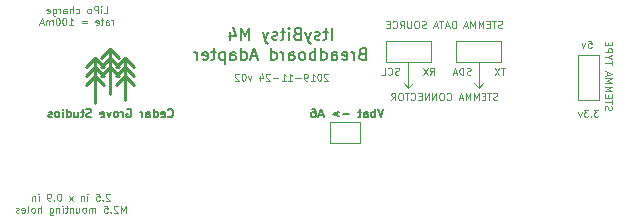
<source format=gbo>
G04 #@! TF.GenerationSoftware,KiCad,Pcbnew,(5.0.0-rc2-dev-444-g2974a2c10)*
G04 #@! TF.CreationDate,2019-11-24T22:06:25-08:00*
G04 #@! TF.ProjectId,ItsyBitsy breadboard,49747379426974737920627265616462,v02*
G04 #@! TF.SameCoordinates,Original*
G04 #@! TF.FileFunction,Legend,Bot*
G04 #@! TF.FilePolarity,Positive*
%FSLAX46Y46*%
G04 Gerber Fmt 4.6, Leading zero omitted, Abs format (unit mm)*
G04 Created by KiCad (PCBNEW (5.0.0-rc2-dev-444-g2974a2c10)) date 11/24/19 22:06:25*
%MOMM*%
%LPD*%
G01*
G04 APERTURE LIST*
%ADD10C,0.120000*%
%ADD11C,0.100000*%
%ADD12C,0.250000*%
%ADD13C,0.140000*%
%ADD14C,0.200000*%
G04 APERTURE END LIST*
D10*
X141679000Y-102858857D02*
X141593285Y-102887428D01*
X141450428Y-102887428D01*
X141393285Y-102858857D01*
X141364714Y-102830285D01*
X141336142Y-102773142D01*
X141336142Y-102716000D01*
X141364714Y-102658857D01*
X141393285Y-102630285D01*
X141450428Y-102601714D01*
X141564714Y-102573142D01*
X141621857Y-102544571D01*
X141650428Y-102516000D01*
X141679000Y-102458857D01*
X141679000Y-102401714D01*
X141650428Y-102344571D01*
X141621857Y-102316000D01*
X141564714Y-102287428D01*
X141421857Y-102287428D01*
X141336142Y-102316000D01*
X141164714Y-102287428D02*
X140821857Y-102287428D01*
X140993285Y-102887428D02*
X140993285Y-102287428D01*
X140621857Y-102573142D02*
X140421857Y-102573142D01*
X140336142Y-102887428D02*
X140621857Y-102887428D01*
X140621857Y-102287428D01*
X140336142Y-102287428D01*
X140079000Y-102887428D02*
X140079000Y-102287428D01*
X139879000Y-102716000D01*
X139679000Y-102287428D01*
X139679000Y-102887428D01*
X139393285Y-102887428D02*
X139393285Y-102287428D01*
X139193285Y-102716000D01*
X138993285Y-102287428D01*
X138993285Y-102887428D01*
X138736142Y-102716000D02*
X138450428Y-102716000D01*
X138793285Y-102887428D02*
X138593285Y-102287428D01*
X138393285Y-102887428D01*
X137736142Y-102887428D02*
X137736142Y-102287428D01*
X137593285Y-102287428D01*
X137507571Y-102316000D01*
X137450428Y-102373142D01*
X137421857Y-102430285D01*
X137393285Y-102544571D01*
X137393285Y-102630285D01*
X137421857Y-102744571D01*
X137450428Y-102801714D01*
X137507571Y-102858857D01*
X137593285Y-102887428D01*
X137736142Y-102887428D01*
X137164714Y-102716000D02*
X136879000Y-102716000D01*
X137221857Y-102887428D02*
X137021857Y-102287428D01*
X136821857Y-102887428D01*
X136707571Y-102287428D02*
X136364714Y-102287428D01*
X136536142Y-102887428D02*
X136536142Y-102287428D01*
X136193285Y-102716000D02*
X135907571Y-102716000D01*
X136250428Y-102887428D02*
X136050428Y-102287428D01*
X135850428Y-102887428D01*
X135221857Y-102858857D02*
X135136142Y-102887428D01*
X134993285Y-102887428D01*
X134936142Y-102858857D01*
X134907571Y-102830285D01*
X134879000Y-102773142D01*
X134879000Y-102716000D01*
X134907571Y-102658857D01*
X134936142Y-102630285D01*
X134993285Y-102601714D01*
X135107571Y-102573142D01*
X135164714Y-102544571D01*
X135193285Y-102516000D01*
X135221857Y-102458857D01*
X135221857Y-102401714D01*
X135193285Y-102344571D01*
X135164714Y-102316000D01*
X135107571Y-102287428D01*
X134964714Y-102287428D01*
X134879000Y-102316000D01*
X134507571Y-102287428D02*
X134393285Y-102287428D01*
X134336142Y-102316000D01*
X134279000Y-102373142D01*
X134250428Y-102487428D01*
X134250428Y-102687428D01*
X134279000Y-102801714D01*
X134336142Y-102858857D01*
X134393285Y-102887428D01*
X134507571Y-102887428D01*
X134564714Y-102858857D01*
X134621857Y-102801714D01*
X134650428Y-102687428D01*
X134650428Y-102487428D01*
X134621857Y-102373142D01*
X134564714Y-102316000D01*
X134507571Y-102287428D01*
X133993285Y-102287428D02*
X133993285Y-102773142D01*
X133964714Y-102830285D01*
X133936142Y-102858857D01*
X133879000Y-102887428D01*
X133764714Y-102887428D01*
X133707571Y-102858857D01*
X133679000Y-102830285D01*
X133650428Y-102773142D01*
X133650428Y-102287428D01*
X133021857Y-102887428D02*
X133221857Y-102601714D01*
X133364714Y-102887428D02*
X133364714Y-102287428D01*
X133136142Y-102287428D01*
X133079000Y-102316000D01*
X133050428Y-102344571D01*
X133021857Y-102401714D01*
X133021857Y-102487428D01*
X133050428Y-102544571D01*
X133079000Y-102573142D01*
X133136142Y-102601714D01*
X133364714Y-102601714D01*
X132421857Y-102830285D02*
X132450428Y-102858857D01*
X132536142Y-102887428D01*
X132593285Y-102887428D01*
X132679000Y-102858857D01*
X132736142Y-102801714D01*
X132764714Y-102744571D01*
X132793285Y-102630285D01*
X132793285Y-102544571D01*
X132764714Y-102430285D01*
X132736142Y-102373142D01*
X132679000Y-102316000D01*
X132593285Y-102287428D01*
X132536142Y-102287428D01*
X132450428Y-102316000D01*
X132421857Y-102344571D01*
X132164714Y-102573142D02*
X131964714Y-102573142D01*
X131879000Y-102887428D02*
X132164714Y-102887428D01*
X132164714Y-102287428D01*
X131879000Y-102287428D01*
X141279000Y-108954857D02*
X141193285Y-108983428D01*
X141050428Y-108983428D01*
X140993285Y-108954857D01*
X140964714Y-108926285D01*
X140936142Y-108869142D01*
X140936142Y-108812000D01*
X140964714Y-108754857D01*
X140993285Y-108726285D01*
X141050428Y-108697714D01*
X141164714Y-108669142D01*
X141221857Y-108640571D01*
X141250428Y-108612000D01*
X141279000Y-108554857D01*
X141279000Y-108497714D01*
X141250428Y-108440571D01*
X141221857Y-108412000D01*
X141164714Y-108383428D01*
X141021857Y-108383428D01*
X140936142Y-108412000D01*
X140764714Y-108383428D02*
X140421857Y-108383428D01*
X140593285Y-108983428D02*
X140593285Y-108383428D01*
X140221857Y-108669142D02*
X140021857Y-108669142D01*
X139936142Y-108983428D02*
X140221857Y-108983428D01*
X140221857Y-108383428D01*
X139936142Y-108383428D01*
X139679000Y-108983428D02*
X139679000Y-108383428D01*
X139479000Y-108812000D01*
X139279000Y-108383428D01*
X139279000Y-108983428D01*
X138993285Y-108983428D02*
X138993285Y-108383428D01*
X138793285Y-108812000D01*
X138593285Y-108383428D01*
X138593285Y-108983428D01*
X138336142Y-108812000D02*
X138050428Y-108812000D01*
X138393285Y-108983428D02*
X138193285Y-108383428D01*
X137993285Y-108983428D01*
X136993285Y-108926285D02*
X137021857Y-108954857D01*
X137107571Y-108983428D01*
X137164714Y-108983428D01*
X137250428Y-108954857D01*
X137307571Y-108897714D01*
X137336142Y-108840571D01*
X137364714Y-108726285D01*
X137364714Y-108640571D01*
X137336142Y-108526285D01*
X137307571Y-108469142D01*
X137250428Y-108412000D01*
X137164714Y-108383428D01*
X137107571Y-108383428D01*
X137021857Y-108412000D01*
X136993285Y-108440571D01*
X136621857Y-108383428D02*
X136507571Y-108383428D01*
X136450428Y-108412000D01*
X136393285Y-108469142D01*
X136364714Y-108583428D01*
X136364714Y-108783428D01*
X136393285Y-108897714D01*
X136450428Y-108954857D01*
X136507571Y-108983428D01*
X136621857Y-108983428D01*
X136679000Y-108954857D01*
X136736142Y-108897714D01*
X136764714Y-108783428D01*
X136764714Y-108583428D01*
X136736142Y-108469142D01*
X136679000Y-108412000D01*
X136621857Y-108383428D01*
X136107571Y-108983428D02*
X136107571Y-108383428D01*
X135764714Y-108983428D01*
X135764714Y-108383428D01*
X135479000Y-108983428D02*
X135479000Y-108383428D01*
X135136142Y-108983428D01*
X135136142Y-108383428D01*
X134850428Y-108669142D02*
X134650428Y-108669142D01*
X134564714Y-108983428D02*
X134850428Y-108983428D01*
X134850428Y-108383428D01*
X134564714Y-108383428D01*
X133964714Y-108926285D02*
X133993285Y-108954857D01*
X134079000Y-108983428D01*
X134136142Y-108983428D01*
X134221857Y-108954857D01*
X134279000Y-108897714D01*
X134307571Y-108840571D01*
X134336142Y-108726285D01*
X134336142Y-108640571D01*
X134307571Y-108526285D01*
X134279000Y-108469142D01*
X134221857Y-108412000D01*
X134136142Y-108383428D01*
X134079000Y-108383428D01*
X133993285Y-108412000D01*
X133964714Y-108440571D01*
X133793285Y-108383428D02*
X133450428Y-108383428D01*
X133621857Y-108983428D02*
X133621857Y-108383428D01*
X133136142Y-108383428D02*
X133021857Y-108383428D01*
X132964714Y-108412000D01*
X132907571Y-108469142D01*
X132879000Y-108583428D01*
X132879000Y-108783428D01*
X132907571Y-108897714D01*
X132964714Y-108954857D01*
X133021857Y-108983428D01*
X133136142Y-108983428D01*
X133193285Y-108954857D01*
X133250428Y-108897714D01*
X133279000Y-108783428D01*
X133279000Y-108583428D01*
X133250428Y-108469142D01*
X133193285Y-108412000D01*
X133136142Y-108383428D01*
X132279000Y-108983428D02*
X132479000Y-108697714D01*
X132621857Y-108983428D02*
X132621857Y-108383428D01*
X132393285Y-108383428D01*
X132336142Y-108412000D01*
X132307571Y-108440571D01*
X132279000Y-108497714D01*
X132279000Y-108583428D01*
X132307571Y-108640571D01*
X132336142Y-108669142D01*
X132393285Y-108697714D01*
X132621857Y-108697714D01*
D11*
X139700000Y-107950000D02*
X139319000Y-107569000D01*
X139700000Y-105791000D02*
X139700000Y-107950000D01*
X139700000Y-107950000D02*
X140081000Y-107569000D01*
X133731000Y-107950000D02*
X134112000Y-107569000D01*
X133731000Y-107950000D02*
X133350000Y-107569000D01*
X133731000Y-105791000D02*
X133731000Y-107950000D01*
D10*
X135573857Y-106824428D02*
X135773857Y-106538714D01*
X135916714Y-106824428D02*
X135916714Y-106224428D01*
X135688142Y-106224428D01*
X135631000Y-106253000D01*
X135602428Y-106281571D01*
X135573857Y-106338714D01*
X135573857Y-106424428D01*
X135602428Y-106481571D01*
X135631000Y-106510142D01*
X135688142Y-106538714D01*
X135916714Y-106538714D01*
X135373857Y-106224428D02*
X134973857Y-106824428D01*
X134973857Y-106224428D02*
X135373857Y-106824428D01*
X132945285Y-106795857D02*
X132859571Y-106824428D01*
X132716714Y-106824428D01*
X132659571Y-106795857D01*
X132631000Y-106767285D01*
X132602428Y-106710142D01*
X132602428Y-106653000D01*
X132631000Y-106595857D01*
X132659571Y-106567285D01*
X132716714Y-106538714D01*
X132831000Y-106510142D01*
X132888142Y-106481571D01*
X132916714Y-106453000D01*
X132945285Y-106395857D01*
X132945285Y-106338714D01*
X132916714Y-106281571D01*
X132888142Y-106253000D01*
X132831000Y-106224428D01*
X132688142Y-106224428D01*
X132602428Y-106253000D01*
X132002428Y-106767285D02*
X132031000Y-106795857D01*
X132116714Y-106824428D01*
X132173857Y-106824428D01*
X132259571Y-106795857D01*
X132316714Y-106738714D01*
X132345285Y-106681571D01*
X132373857Y-106567285D01*
X132373857Y-106481571D01*
X132345285Y-106367285D01*
X132316714Y-106310142D01*
X132259571Y-106253000D01*
X132173857Y-106224428D01*
X132116714Y-106224428D01*
X132031000Y-106253000D01*
X132002428Y-106281571D01*
X131459571Y-106824428D02*
X131745285Y-106824428D01*
X131745285Y-106224428D01*
X141914285Y-106224428D02*
X141571428Y-106224428D01*
X141742857Y-106824428D02*
X141742857Y-106224428D01*
X141428571Y-106224428D02*
X141028571Y-106824428D01*
X141028571Y-106224428D02*
X141428571Y-106824428D01*
X139000000Y-106795857D02*
X138914285Y-106824428D01*
X138771428Y-106824428D01*
X138714285Y-106795857D01*
X138685714Y-106767285D01*
X138657142Y-106710142D01*
X138657142Y-106653000D01*
X138685714Y-106595857D01*
X138714285Y-106567285D01*
X138771428Y-106538714D01*
X138885714Y-106510142D01*
X138942857Y-106481571D01*
X138971428Y-106453000D01*
X139000000Y-106395857D01*
X139000000Y-106338714D01*
X138971428Y-106281571D01*
X138942857Y-106253000D01*
X138885714Y-106224428D01*
X138742857Y-106224428D01*
X138657142Y-106253000D01*
X138400000Y-106824428D02*
X138400000Y-106224428D01*
X138257142Y-106224428D01*
X138171428Y-106253000D01*
X138114285Y-106310142D01*
X138085714Y-106367285D01*
X138057142Y-106481571D01*
X138057142Y-106567285D01*
X138085714Y-106681571D01*
X138114285Y-106738714D01*
X138171428Y-106795857D01*
X138257142Y-106824428D01*
X138400000Y-106824428D01*
X137828571Y-106653000D02*
X137542857Y-106653000D01*
X137885714Y-106824428D02*
X137685714Y-106224428D01*
X137485714Y-106824428D01*
D11*
X107935428Y-101625428D02*
X108221142Y-101625428D01*
X108221142Y-101025428D01*
X107735428Y-101625428D02*
X107735428Y-101225428D01*
X107735428Y-101025428D02*
X107764000Y-101054000D01*
X107735428Y-101082571D01*
X107706857Y-101054000D01*
X107735428Y-101025428D01*
X107735428Y-101082571D01*
X107449714Y-101625428D02*
X107449714Y-101025428D01*
X107221142Y-101025428D01*
X107164000Y-101054000D01*
X107135428Y-101082571D01*
X107106857Y-101139714D01*
X107106857Y-101225428D01*
X107135428Y-101282571D01*
X107164000Y-101311142D01*
X107221142Y-101339714D01*
X107449714Y-101339714D01*
X106764000Y-101625428D02*
X106821142Y-101596857D01*
X106849714Y-101568285D01*
X106878285Y-101511142D01*
X106878285Y-101339714D01*
X106849714Y-101282571D01*
X106821142Y-101254000D01*
X106764000Y-101225428D01*
X106678285Y-101225428D01*
X106621142Y-101254000D01*
X106592571Y-101282571D01*
X106564000Y-101339714D01*
X106564000Y-101511142D01*
X106592571Y-101568285D01*
X106621142Y-101596857D01*
X106678285Y-101625428D01*
X106764000Y-101625428D01*
X105592571Y-101596857D02*
X105649714Y-101625428D01*
X105764000Y-101625428D01*
X105821142Y-101596857D01*
X105849714Y-101568285D01*
X105878285Y-101511142D01*
X105878285Y-101339714D01*
X105849714Y-101282571D01*
X105821142Y-101254000D01*
X105764000Y-101225428D01*
X105649714Y-101225428D01*
X105592571Y-101254000D01*
X105335428Y-101625428D02*
X105335428Y-101025428D01*
X105078285Y-101625428D02*
X105078285Y-101311142D01*
X105106857Y-101254000D01*
X105164000Y-101225428D01*
X105249714Y-101225428D01*
X105306857Y-101254000D01*
X105335428Y-101282571D01*
X104535428Y-101625428D02*
X104535428Y-101311142D01*
X104564000Y-101254000D01*
X104621142Y-101225428D01*
X104735428Y-101225428D01*
X104792571Y-101254000D01*
X104535428Y-101596857D02*
X104592571Y-101625428D01*
X104735428Y-101625428D01*
X104792571Y-101596857D01*
X104821142Y-101539714D01*
X104821142Y-101482571D01*
X104792571Y-101425428D01*
X104735428Y-101396857D01*
X104592571Y-101396857D01*
X104535428Y-101368285D01*
X104249714Y-101625428D02*
X104249714Y-101225428D01*
X104249714Y-101339714D02*
X104221142Y-101282571D01*
X104192571Y-101254000D01*
X104135428Y-101225428D01*
X104078285Y-101225428D01*
X103621142Y-101225428D02*
X103621142Y-101711142D01*
X103649714Y-101768285D01*
X103678285Y-101796857D01*
X103735428Y-101825428D01*
X103821142Y-101825428D01*
X103878285Y-101796857D01*
X103621142Y-101596857D02*
X103678285Y-101625428D01*
X103792571Y-101625428D01*
X103849714Y-101596857D01*
X103878285Y-101568285D01*
X103906857Y-101511142D01*
X103906857Y-101339714D01*
X103878285Y-101282571D01*
X103849714Y-101254000D01*
X103792571Y-101225428D01*
X103678285Y-101225428D01*
X103621142Y-101254000D01*
X103106857Y-101596857D02*
X103164000Y-101625428D01*
X103278285Y-101625428D01*
X103335428Y-101596857D01*
X103364000Y-101539714D01*
X103364000Y-101311142D01*
X103335428Y-101254000D01*
X103278285Y-101225428D01*
X103164000Y-101225428D01*
X103106857Y-101254000D01*
X103078285Y-101311142D01*
X103078285Y-101368285D01*
X103364000Y-101425428D01*
X108749714Y-102625428D02*
X108749714Y-102225428D01*
X108749714Y-102339714D02*
X108721142Y-102282571D01*
X108692571Y-102254000D01*
X108635428Y-102225428D01*
X108578285Y-102225428D01*
X108121142Y-102625428D02*
X108121142Y-102311142D01*
X108149714Y-102254000D01*
X108206857Y-102225428D01*
X108321142Y-102225428D01*
X108378285Y-102254000D01*
X108121142Y-102596857D02*
X108178285Y-102625428D01*
X108321142Y-102625428D01*
X108378285Y-102596857D01*
X108406857Y-102539714D01*
X108406857Y-102482571D01*
X108378285Y-102425428D01*
X108321142Y-102396857D01*
X108178285Y-102396857D01*
X108121142Y-102368285D01*
X107921142Y-102225428D02*
X107692571Y-102225428D01*
X107835428Y-102025428D02*
X107835428Y-102539714D01*
X107806857Y-102596857D01*
X107749714Y-102625428D01*
X107692571Y-102625428D01*
X107264000Y-102596857D02*
X107321142Y-102625428D01*
X107435428Y-102625428D01*
X107492571Y-102596857D01*
X107521142Y-102539714D01*
X107521142Y-102311142D01*
X107492571Y-102254000D01*
X107435428Y-102225428D01*
X107321142Y-102225428D01*
X107264000Y-102254000D01*
X107235428Y-102311142D01*
X107235428Y-102368285D01*
X107521142Y-102425428D01*
X106521142Y-102311142D02*
X106064000Y-102311142D01*
X106064000Y-102482571D02*
X106521142Y-102482571D01*
X105006857Y-102625428D02*
X105349714Y-102625428D01*
X105178285Y-102625428D02*
X105178285Y-102025428D01*
X105235428Y-102111142D01*
X105292571Y-102168285D01*
X105349714Y-102196857D01*
X104635428Y-102025428D02*
X104578285Y-102025428D01*
X104521142Y-102054000D01*
X104492571Y-102082571D01*
X104464000Y-102139714D01*
X104435428Y-102254000D01*
X104435428Y-102396857D01*
X104464000Y-102511142D01*
X104492571Y-102568285D01*
X104521142Y-102596857D01*
X104578285Y-102625428D01*
X104635428Y-102625428D01*
X104692571Y-102596857D01*
X104721142Y-102568285D01*
X104749714Y-102511142D01*
X104778285Y-102396857D01*
X104778285Y-102254000D01*
X104749714Y-102139714D01*
X104721142Y-102082571D01*
X104692571Y-102054000D01*
X104635428Y-102025428D01*
X104064000Y-102025428D02*
X104006857Y-102025428D01*
X103949714Y-102054000D01*
X103921142Y-102082571D01*
X103892571Y-102139714D01*
X103864000Y-102254000D01*
X103864000Y-102396857D01*
X103892571Y-102511142D01*
X103921142Y-102568285D01*
X103949714Y-102596857D01*
X104006857Y-102625428D01*
X104064000Y-102625428D01*
X104121142Y-102596857D01*
X104149714Y-102568285D01*
X104178285Y-102511142D01*
X104206857Y-102396857D01*
X104206857Y-102254000D01*
X104178285Y-102139714D01*
X104149714Y-102082571D01*
X104121142Y-102054000D01*
X104064000Y-102025428D01*
X103606857Y-102625428D02*
X103606857Y-102225428D01*
X103606857Y-102282571D02*
X103578285Y-102254000D01*
X103521142Y-102225428D01*
X103435428Y-102225428D01*
X103378285Y-102254000D01*
X103349714Y-102311142D01*
X103349714Y-102625428D01*
X103349714Y-102311142D02*
X103321142Y-102254000D01*
X103264000Y-102225428D01*
X103178285Y-102225428D01*
X103121142Y-102254000D01*
X103092571Y-102311142D01*
X103092571Y-102625428D01*
X102835428Y-102454000D02*
X102549714Y-102454000D01*
X102892571Y-102625428D02*
X102692571Y-102025428D01*
X102492571Y-102625428D01*
D10*
X150379142Y-109834000D02*
X150350571Y-109748285D01*
X150350571Y-109605428D01*
X150379142Y-109548285D01*
X150407714Y-109519714D01*
X150464857Y-109491142D01*
X150522000Y-109491142D01*
X150579142Y-109519714D01*
X150607714Y-109548285D01*
X150636285Y-109605428D01*
X150664857Y-109719714D01*
X150693428Y-109776857D01*
X150722000Y-109805428D01*
X150779142Y-109834000D01*
X150836285Y-109834000D01*
X150893428Y-109805428D01*
X150922000Y-109776857D01*
X150950571Y-109719714D01*
X150950571Y-109576857D01*
X150922000Y-109491142D01*
X150950571Y-109319714D02*
X150950571Y-108976857D01*
X150350571Y-109148285D02*
X150950571Y-109148285D01*
X150664857Y-108776857D02*
X150664857Y-108576857D01*
X150350571Y-108491142D02*
X150350571Y-108776857D01*
X150950571Y-108776857D01*
X150950571Y-108491142D01*
X150350571Y-108234000D02*
X150950571Y-108234000D01*
X150522000Y-108034000D01*
X150950571Y-107834000D01*
X150350571Y-107834000D01*
X150350571Y-107548285D02*
X150950571Y-107548285D01*
X150522000Y-107348285D01*
X150950571Y-107148285D01*
X150350571Y-107148285D01*
X150522000Y-106891142D02*
X150522000Y-106605428D01*
X150350571Y-106948285D02*
X150950571Y-106748285D01*
X150350571Y-106548285D01*
X150950571Y-105976857D02*
X150950571Y-105634000D01*
X150350571Y-105805428D02*
X150950571Y-105805428D01*
X150636285Y-105319714D02*
X150350571Y-105319714D01*
X150950571Y-105519714D02*
X150636285Y-105319714D01*
X150950571Y-105119714D01*
X150350571Y-104919714D02*
X150950571Y-104919714D01*
X150950571Y-104691142D01*
X150922000Y-104634000D01*
X150893428Y-104605428D01*
X150836285Y-104576857D01*
X150750571Y-104576857D01*
X150693428Y-104605428D01*
X150664857Y-104634000D01*
X150636285Y-104691142D01*
X150636285Y-104919714D01*
X150664857Y-104319714D02*
X150664857Y-104119714D01*
X150350571Y-104034000D02*
X150350571Y-104319714D01*
X150950571Y-104319714D01*
X150950571Y-104034000D01*
D12*
X108458000Y-105384600D02*
X107696000Y-106146600D01*
X108458000Y-106146600D02*
X109220000Y-106908600D01*
X108458000Y-104622600D02*
X109220000Y-105384600D01*
X108458000Y-105384600D02*
X109220000Y-106146600D01*
X108458000Y-106146600D02*
X107696000Y-106908600D01*
X108458000Y-108432600D02*
X108458000Y-104622600D01*
X108458000Y-104622600D02*
X107696000Y-105384600D01*
X107188000Y-106908600D02*
X107950000Y-107670600D01*
X107188000Y-106146600D02*
X107950000Y-106908600D01*
X107188000Y-109194600D02*
X107188000Y-105384600D01*
X107188000Y-105384600D02*
X106426000Y-106146600D01*
X107188000Y-106146600D02*
X106426000Y-106908600D01*
X107188000Y-106908600D02*
X106426000Y-107670600D01*
X107188000Y-105384600D02*
X107950000Y-106146600D01*
X109728000Y-105384600D02*
X108966000Y-106146600D01*
X109728000Y-106146600D02*
X108966000Y-106908600D01*
X109728000Y-106908600D02*
X108966000Y-107670600D01*
X109728000Y-106908600D02*
X110490000Y-107670600D01*
X109728000Y-106146600D02*
X110490000Y-106908600D01*
X109728000Y-105384600D02*
X110490000Y-106146600D01*
X109728000Y-108940600D02*
X109728000Y-105384600D01*
D13*
X113388333Y-110359000D02*
X113421666Y-110392333D01*
X113521666Y-110425666D01*
X113588333Y-110425666D01*
X113688333Y-110392333D01*
X113755000Y-110325666D01*
X113788333Y-110259000D01*
X113821666Y-110125666D01*
X113821666Y-110025666D01*
X113788333Y-109892333D01*
X113755000Y-109825666D01*
X113688333Y-109759000D01*
X113588333Y-109725666D01*
X113521666Y-109725666D01*
X113421666Y-109759000D01*
X113388333Y-109792333D01*
X112821666Y-110392333D02*
X112888333Y-110425666D01*
X113021666Y-110425666D01*
X113088333Y-110392333D01*
X113121666Y-110325666D01*
X113121666Y-110059000D01*
X113088333Y-109992333D01*
X113021666Y-109959000D01*
X112888333Y-109959000D01*
X112821666Y-109992333D01*
X112788333Y-110059000D01*
X112788333Y-110125666D01*
X113121666Y-110192333D01*
X112188333Y-110425666D02*
X112188333Y-109725666D01*
X112188333Y-110392333D02*
X112255000Y-110425666D01*
X112388333Y-110425666D01*
X112455000Y-110392333D01*
X112488333Y-110359000D01*
X112521666Y-110292333D01*
X112521666Y-110092333D01*
X112488333Y-110025666D01*
X112455000Y-109992333D01*
X112388333Y-109959000D01*
X112255000Y-109959000D01*
X112188333Y-109992333D01*
X111555000Y-110425666D02*
X111555000Y-110059000D01*
X111588333Y-109992333D01*
X111655000Y-109959000D01*
X111788333Y-109959000D01*
X111855000Y-109992333D01*
X111555000Y-110392333D02*
X111621666Y-110425666D01*
X111788333Y-110425666D01*
X111855000Y-110392333D01*
X111888333Y-110325666D01*
X111888333Y-110259000D01*
X111855000Y-110192333D01*
X111788333Y-110159000D01*
X111621666Y-110159000D01*
X111555000Y-110125666D01*
X111221666Y-110425666D02*
X111221666Y-109959000D01*
X111221666Y-110092333D02*
X111188333Y-110025666D01*
X111155000Y-109992333D01*
X111088333Y-109959000D01*
X111021666Y-109959000D01*
X109888333Y-109759000D02*
X109955000Y-109725666D01*
X110055000Y-109725666D01*
X110155000Y-109759000D01*
X110221666Y-109825666D01*
X110255000Y-109892333D01*
X110288333Y-110025666D01*
X110288333Y-110125666D01*
X110255000Y-110259000D01*
X110221666Y-110325666D01*
X110155000Y-110392333D01*
X110055000Y-110425666D01*
X109988333Y-110425666D01*
X109888333Y-110392333D01*
X109855000Y-110359000D01*
X109855000Y-110125666D01*
X109988333Y-110125666D01*
X109555000Y-110425666D02*
X109555000Y-109959000D01*
X109555000Y-110092333D02*
X109521666Y-110025666D01*
X109488333Y-109992333D01*
X109421666Y-109959000D01*
X109355000Y-109959000D01*
X109021666Y-110425666D02*
X109088333Y-110392333D01*
X109121666Y-110359000D01*
X109155000Y-110292333D01*
X109155000Y-110092333D01*
X109121666Y-110025666D01*
X109088333Y-109992333D01*
X109021666Y-109959000D01*
X108921666Y-109959000D01*
X108855000Y-109992333D01*
X108821666Y-110025666D01*
X108788333Y-110092333D01*
X108788333Y-110292333D01*
X108821666Y-110359000D01*
X108855000Y-110392333D01*
X108921666Y-110425666D01*
X109021666Y-110425666D01*
X108555000Y-109959000D02*
X108388333Y-110425666D01*
X108221666Y-109959000D01*
X107688333Y-110392333D02*
X107755000Y-110425666D01*
X107888333Y-110425666D01*
X107955000Y-110392333D01*
X107988333Y-110325666D01*
X107988333Y-110059000D01*
X107955000Y-109992333D01*
X107888333Y-109959000D01*
X107755000Y-109959000D01*
X107688333Y-109992333D01*
X107655000Y-110059000D01*
X107655000Y-110125666D01*
X107988333Y-110192333D01*
X106855000Y-110392333D02*
X106755000Y-110425666D01*
X106588333Y-110425666D01*
X106521666Y-110392333D01*
X106488333Y-110359000D01*
X106455000Y-110292333D01*
X106455000Y-110225666D01*
X106488333Y-110159000D01*
X106521666Y-110125666D01*
X106588333Y-110092333D01*
X106721666Y-110059000D01*
X106788333Y-110025666D01*
X106821666Y-109992333D01*
X106855000Y-109925666D01*
X106855000Y-109859000D01*
X106821666Y-109792333D01*
X106788333Y-109759000D01*
X106721666Y-109725666D01*
X106555000Y-109725666D01*
X106455000Y-109759000D01*
X106255000Y-109959000D02*
X105988333Y-109959000D01*
X106155000Y-109725666D02*
X106155000Y-110325666D01*
X106121666Y-110392333D01*
X106055000Y-110425666D01*
X105988333Y-110425666D01*
X105455000Y-109959000D02*
X105455000Y-110425666D01*
X105755000Y-109959000D02*
X105755000Y-110325666D01*
X105721666Y-110392333D01*
X105655000Y-110425666D01*
X105555000Y-110425666D01*
X105488333Y-110392333D01*
X105455000Y-110359000D01*
X104821666Y-110425666D02*
X104821666Y-109725666D01*
X104821666Y-110392333D02*
X104888333Y-110425666D01*
X105021666Y-110425666D01*
X105088333Y-110392333D01*
X105121666Y-110359000D01*
X105155000Y-110292333D01*
X105155000Y-110092333D01*
X105121666Y-110025666D01*
X105088333Y-109992333D01*
X105021666Y-109959000D01*
X104888333Y-109959000D01*
X104821666Y-109992333D01*
X104488333Y-110425666D02*
X104488333Y-109959000D01*
X104488333Y-109725666D02*
X104521666Y-109759000D01*
X104488333Y-109792333D01*
X104455000Y-109759000D01*
X104488333Y-109725666D01*
X104488333Y-109792333D01*
X104055000Y-110425666D02*
X104121666Y-110392333D01*
X104155000Y-110359000D01*
X104188333Y-110292333D01*
X104188333Y-110092333D01*
X104155000Y-110025666D01*
X104121666Y-109992333D01*
X104055000Y-109959000D01*
X103955000Y-109959000D01*
X103888333Y-109992333D01*
X103855000Y-110025666D01*
X103821666Y-110092333D01*
X103821666Y-110292333D01*
X103855000Y-110359000D01*
X103888333Y-110392333D01*
X103955000Y-110425666D01*
X104055000Y-110425666D01*
X103555000Y-110392333D02*
X103488333Y-110425666D01*
X103355000Y-110425666D01*
X103288333Y-110392333D01*
X103255000Y-110325666D01*
X103255000Y-110292333D01*
X103288333Y-110225666D01*
X103355000Y-110192333D01*
X103455000Y-110192333D01*
X103521666Y-110159000D01*
X103555000Y-110092333D01*
X103555000Y-110059000D01*
X103521666Y-109992333D01*
X103455000Y-109959000D01*
X103355000Y-109959000D01*
X103288333Y-109992333D01*
D14*
X127245523Y-103869380D02*
X127245523Y-102869380D01*
X126912190Y-103202714D02*
X126531238Y-103202714D01*
X126769333Y-102869380D02*
X126769333Y-103726523D01*
X126721714Y-103821761D01*
X126626476Y-103869380D01*
X126531238Y-103869380D01*
X126245523Y-103821761D02*
X126150285Y-103869380D01*
X125959809Y-103869380D01*
X125864571Y-103821761D01*
X125816952Y-103726523D01*
X125816952Y-103678904D01*
X125864571Y-103583666D01*
X125959809Y-103536047D01*
X126102666Y-103536047D01*
X126197904Y-103488428D01*
X126245523Y-103393190D01*
X126245523Y-103345571D01*
X126197904Y-103250333D01*
X126102666Y-103202714D01*
X125959809Y-103202714D01*
X125864571Y-103250333D01*
X125483619Y-103202714D02*
X125245523Y-103869380D01*
X125007428Y-103202714D02*
X125245523Y-103869380D01*
X125340761Y-104107476D01*
X125388380Y-104155095D01*
X125483619Y-104202714D01*
X124293142Y-103345571D02*
X124150285Y-103393190D01*
X124102666Y-103440809D01*
X124055047Y-103536047D01*
X124055047Y-103678904D01*
X124102666Y-103774142D01*
X124150285Y-103821761D01*
X124245523Y-103869380D01*
X124626476Y-103869380D01*
X124626476Y-102869380D01*
X124293142Y-102869380D01*
X124197904Y-102917000D01*
X124150285Y-102964619D01*
X124102666Y-103059857D01*
X124102666Y-103155095D01*
X124150285Y-103250333D01*
X124197904Y-103297952D01*
X124293142Y-103345571D01*
X124626476Y-103345571D01*
X123626476Y-103869380D02*
X123626476Y-103202714D01*
X123626476Y-102869380D02*
X123674095Y-102917000D01*
X123626476Y-102964619D01*
X123578857Y-102917000D01*
X123626476Y-102869380D01*
X123626476Y-102964619D01*
X123293142Y-103202714D02*
X122912190Y-103202714D01*
X123150285Y-102869380D02*
X123150285Y-103726523D01*
X123102666Y-103821761D01*
X123007428Y-103869380D01*
X122912190Y-103869380D01*
X122626476Y-103821761D02*
X122531238Y-103869380D01*
X122340761Y-103869380D01*
X122245523Y-103821761D01*
X122197904Y-103726523D01*
X122197904Y-103678904D01*
X122245523Y-103583666D01*
X122340761Y-103536047D01*
X122483619Y-103536047D01*
X122578857Y-103488428D01*
X122626476Y-103393190D01*
X122626476Y-103345571D01*
X122578857Y-103250333D01*
X122483619Y-103202714D01*
X122340761Y-103202714D01*
X122245523Y-103250333D01*
X121864571Y-103202714D02*
X121626476Y-103869380D01*
X121388380Y-103202714D02*
X121626476Y-103869380D01*
X121721714Y-104107476D01*
X121769333Y-104155095D01*
X121864571Y-104202714D01*
X120245523Y-103869380D02*
X120245523Y-102869380D01*
X119912190Y-103583666D01*
X119578857Y-102869380D01*
X119578857Y-103869380D01*
X118674095Y-103202714D02*
X118674095Y-103869380D01*
X118912190Y-102821761D02*
X119150285Y-103536047D01*
X118531238Y-103536047D01*
X129816952Y-105045571D02*
X129674095Y-105093190D01*
X129626476Y-105140809D01*
X129578857Y-105236047D01*
X129578857Y-105378904D01*
X129626476Y-105474142D01*
X129674095Y-105521761D01*
X129769333Y-105569380D01*
X130150285Y-105569380D01*
X130150285Y-104569380D01*
X129816952Y-104569380D01*
X129721714Y-104617000D01*
X129674095Y-104664619D01*
X129626476Y-104759857D01*
X129626476Y-104855095D01*
X129674095Y-104950333D01*
X129721714Y-104997952D01*
X129816952Y-105045571D01*
X130150285Y-105045571D01*
X129150285Y-105569380D02*
X129150285Y-104902714D01*
X129150285Y-105093190D02*
X129102666Y-104997952D01*
X129055047Y-104950333D01*
X128959809Y-104902714D01*
X128864571Y-104902714D01*
X128150285Y-105521761D02*
X128245523Y-105569380D01*
X128436000Y-105569380D01*
X128531238Y-105521761D01*
X128578857Y-105426523D01*
X128578857Y-105045571D01*
X128531238Y-104950333D01*
X128436000Y-104902714D01*
X128245523Y-104902714D01*
X128150285Y-104950333D01*
X128102666Y-105045571D01*
X128102666Y-105140809D01*
X128578857Y-105236047D01*
X127245523Y-105569380D02*
X127245523Y-105045571D01*
X127293142Y-104950333D01*
X127388380Y-104902714D01*
X127578857Y-104902714D01*
X127674095Y-104950333D01*
X127245523Y-105521761D02*
X127340761Y-105569380D01*
X127578857Y-105569380D01*
X127674095Y-105521761D01*
X127721714Y-105426523D01*
X127721714Y-105331285D01*
X127674095Y-105236047D01*
X127578857Y-105188428D01*
X127340761Y-105188428D01*
X127245523Y-105140809D01*
X126340761Y-105569380D02*
X126340761Y-104569380D01*
X126340761Y-105521761D02*
X126436000Y-105569380D01*
X126626476Y-105569380D01*
X126721714Y-105521761D01*
X126769333Y-105474142D01*
X126816952Y-105378904D01*
X126816952Y-105093190D01*
X126769333Y-104997952D01*
X126721714Y-104950333D01*
X126626476Y-104902714D01*
X126436000Y-104902714D01*
X126340761Y-104950333D01*
X125864571Y-105569380D02*
X125864571Y-104569380D01*
X125864571Y-104950333D02*
X125769333Y-104902714D01*
X125578857Y-104902714D01*
X125483619Y-104950333D01*
X125436000Y-104997952D01*
X125388380Y-105093190D01*
X125388380Y-105378904D01*
X125436000Y-105474142D01*
X125483619Y-105521761D01*
X125578857Y-105569380D01*
X125769333Y-105569380D01*
X125864571Y-105521761D01*
X124816952Y-105569380D02*
X124912190Y-105521761D01*
X124959809Y-105474142D01*
X125007428Y-105378904D01*
X125007428Y-105093190D01*
X124959809Y-104997952D01*
X124912190Y-104950333D01*
X124816952Y-104902714D01*
X124674095Y-104902714D01*
X124578857Y-104950333D01*
X124531238Y-104997952D01*
X124483619Y-105093190D01*
X124483619Y-105378904D01*
X124531238Y-105474142D01*
X124578857Y-105521761D01*
X124674095Y-105569380D01*
X124816952Y-105569380D01*
X123626476Y-105569380D02*
X123626476Y-105045571D01*
X123674095Y-104950333D01*
X123769333Y-104902714D01*
X123959809Y-104902714D01*
X124055047Y-104950333D01*
X123626476Y-105521761D02*
X123721714Y-105569380D01*
X123959809Y-105569380D01*
X124055047Y-105521761D01*
X124102666Y-105426523D01*
X124102666Y-105331285D01*
X124055047Y-105236047D01*
X123959809Y-105188428D01*
X123721714Y-105188428D01*
X123626476Y-105140809D01*
X123150285Y-105569380D02*
X123150285Y-104902714D01*
X123150285Y-105093190D02*
X123102666Y-104997952D01*
X123055047Y-104950333D01*
X122959809Y-104902714D01*
X122864571Y-104902714D01*
X122102666Y-105569380D02*
X122102666Y-104569380D01*
X122102666Y-105521761D02*
X122197904Y-105569380D01*
X122388380Y-105569380D01*
X122483619Y-105521761D01*
X122531238Y-105474142D01*
X122578857Y-105378904D01*
X122578857Y-105093190D01*
X122531238Y-104997952D01*
X122483619Y-104950333D01*
X122388380Y-104902714D01*
X122197904Y-104902714D01*
X122102666Y-104950333D01*
X120912190Y-105283666D02*
X120436000Y-105283666D01*
X121007428Y-105569380D02*
X120674095Y-104569380D01*
X120340761Y-105569380D01*
X119578857Y-105569380D02*
X119578857Y-104569380D01*
X119578857Y-105521761D02*
X119674095Y-105569380D01*
X119864571Y-105569380D01*
X119959809Y-105521761D01*
X120007428Y-105474142D01*
X120055047Y-105378904D01*
X120055047Y-105093190D01*
X120007428Y-104997952D01*
X119959809Y-104950333D01*
X119864571Y-104902714D01*
X119674095Y-104902714D01*
X119578857Y-104950333D01*
X118674095Y-105569380D02*
X118674095Y-105045571D01*
X118721714Y-104950333D01*
X118816952Y-104902714D01*
X119007428Y-104902714D01*
X119102666Y-104950333D01*
X118674095Y-105521761D02*
X118769333Y-105569380D01*
X119007428Y-105569380D01*
X119102666Y-105521761D01*
X119150285Y-105426523D01*
X119150285Y-105331285D01*
X119102666Y-105236047D01*
X119007428Y-105188428D01*
X118769333Y-105188428D01*
X118674095Y-105140809D01*
X118197904Y-104902714D02*
X118197904Y-105902714D01*
X118197904Y-104950333D02*
X118102666Y-104902714D01*
X117912190Y-104902714D01*
X117816952Y-104950333D01*
X117769333Y-104997952D01*
X117721714Y-105093190D01*
X117721714Y-105378904D01*
X117769333Y-105474142D01*
X117816952Y-105521761D01*
X117912190Y-105569380D01*
X118102666Y-105569380D01*
X118197904Y-105521761D01*
X117436000Y-104902714D02*
X117055047Y-104902714D01*
X117293142Y-104569380D02*
X117293142Y-105426523D01*
X117245523Y-105521761D01*
X117150285Y-105569380D01*
X117055047Y-105569380D01*
X116340761Y-105521761D02*
X116436000Y-105569380D01*
X116626476Y-105569380D01*
X116721714Y-105521761D01*
X116769333Y-105426523D01*
X116769333Y-105045571D01*
X116721714Y-104950333D01*
X116626476Y-104902714D01*
X116436000Y-104902714D01*
X116340761Y-104950333D01*
X116293142Y-105045571D01*
X116293142Y-105140809D01*
X116769333Y-105236047D01*
X115864571Y-105569380D02*
X115864571Y-104902714D01*
X115864571Y-105093190D02*
X115816952Y-104997952D01*
X115769333Y-104950333D01*
X115674095Y-104902714D01*
X115578857Y-104902714D01*
D10*
X149828142Y-109780428D02*
X149456714Y-109780428D01*
X149656714Y-110009000D01*
X149571000Y-110009000D01*
X149513857Y-110037571D01*
X149485285Y-110066142D01*
X149456714Y-110123285D01*
X149456714Y-110266142D01*
X149485285Y-110323285D01*
X149513857Y-110351857D01*
X149571000Y-110380428D01*
X149742428Y-110380428D01*
X149799571Y-110351857D01*
X149828142Y-110323285D01*
X149199571Y-110323285D02*
X149171000Y-110351857D01*
X149199571Y-110380428D01*
X149228142Y-110351857D01*
X149199571Y-110323285D01*
X149199571Y-110380428D01*
X148971000Y-109780428D02*
X148599571Y-109780428D01*
X148799571Y-110009000D01*
X148713857Y-110009000D01*
X148656714Y-110037571D01*
X148628142Y-110066142D01*
X148599571Y-110123285D01*
X148599571Y-110266142D01*
X148628142Y-110323285D01*
X148656714Y-110351857D01*
X148713857Y-110380428D01*
X148885285Y-110380428D01*
X148942428Y-110351857D01*
X148971000Y-110323285D01*
X148399571Y-109980428D02*
X148256714Y-110380428D01*
X148113857Y-109980428D01*
X148929714Y-103938428D02*
X149215428Y-103938428D01*
X149244000Y-104224142D01*
X149215428Y-104195571D01*
X149158285Y-104167000D01*
X149015428Y-104167000D01*
X148958285Y-104195571D01*
X148929714Y-104224142D01*
X148901142Y-104281285D01*
X148901142Y-104424142D01*
X148929714Y-104481285D01*
X148958285Y-104509857D01*
X149015428Y-104538428D01*
X149158285Y-104538428D01*
X149215428Y-104509857D01*
X149244000Y-104481285D01*
X148701142Y-104138428D02*
X148558285Y-104538428D01*
X148415428Y-104138428D01*
X108456000Y-116947571D02*
X108427428Y-116919000D01*
X108370285Y-116890428D01*
X108227428Y-116890428D01*
X108170285Y-116919000D01*
X108141714Y-116947571D01*
X108113142Y-117004714D01*
X108113142Y-117061857D01*
X108141714Y-117147571D01*
X108484571Y-117490428D01*
X108113142Y-117490428D01*
X107856000Y-117433285D02*
X107827428Y-117461857D01*
X107856000Y-117490428D01*
X107884571Y-117461857D01*
X107856000Y-117433285D01*
X107856000Y-117490428D01*
X107284571Y-116890428D02*
X107570285Y-116890428D01*
X107598857Y-117176142D01*
X107570285Y-117147571D01*
X107513142Y-117119000D01*
X107370285Y-117119000D01*
X107313142Y-117147571D01*
X107284571Y-117176142D01*
X107256000Y-117233285D01*
X107256000Y-117376142D01*
X107284571Y-117433285D01*
X107313142Y-117461857D01*
X107370285Y-117490428D01*
X107513142Y-117490428D01*
X107570285Y-117461857D01*
X107598857Y-117433285D01*
X106541714Y-117490428D02*
X106541714Y-117090428D01*
X106541714Y-116890428D02*
X106570285Y-116919000D01*
X106541714Y-116947571D01*
X106513142Y-116919000D01*
X106541714Y-116890428D01*
X106541714Y-116947571D01*
X106256000Y-117090428D02*
X106256000Y-117490428D01*
X106256000Y-117147571D02*
X106227428Y-117119000D01*
X106170285Y-117090428D01*
X106084571Y-117090428D01*
X106027428Y-117119000D01*
X105998857Y-117176142D01*
X105998857Y-117490428D01*
X105313142Y-117490428D02*
X104998857Y-117090428D01*
X105313142Y-117090428D02*
X104998857Y-117490428D01*
X104198857Y-116890428D02*
X104141714Y-116890428D01*
X104084571Y-116919000D01*
X104056000Y-116947571D01*
X104027428Y-117004714D01*
X103998857Y-117119000D01*
X103998857Y-117261857D01*
X104027428Y-117376142D01*
X104056000Y-117433285D01*
X104084571Y-117461857D01*
X104141714Y-117490428D01*
X104198857Y-117490428D01*
X104256000Y-117461857D01*
X104284571Y-117433285D01*
X104313142Y-117376142D01*
X104341714Y-117261857D01*
X104341714Y-117119000D01*
X104313142Y-117004714D01*
X104284571Y-116947571D01*
X104256000Y-116919000D01*
X104198857Y-116890428D01*
X103741714Y-117433285D02*
X103713142Y-117461857D01*
X103741714Y-117490428D01*
X103770285Y-117461857D01*
X103741714Y-117433285D01*
X103741714Y-117490428D01*
X103427428Y-117490428D02*
X103313142Y-117490428D01*
X103256000Y-117461857D01*
X103227428Y-117433285D01*
X103170285Y-117347571D01*
X103141714Y-117233285D01*
X103141714Y-117004714D01*
X103170285Y-116947571D01*
X103198857Y-116919000D01*
X103256000Y-116890428D01*
X103370285Y-116890428D01*
X103427428Y-116919000D01*
X103456000Y-116947571D01*
X103484571Y-117004714D01*
X103484571Y-117147571D01*
X103456000Y-117204714D01*
X103427428Y-117233285D01*
X103370285Y-117261857D01*
X103256000Y-117261857D01*
X103198857Y-117233285D01*
X103170285Y-117204714D01*
X103141714Y-117147571D01*
X102427428Y-117490428D02*
X102427428Y-117090428D01*
X102427428Y-116890428D02*
X102456000Y-116919000D01*
X102427428Y-116947571D01*
X102398857Y-116919000D01*
X102427428Y-116890428D01*
X102427428Y-116947571D01*
X102141714Y-117090428D02*
X102141714Y-117490428D01*
X102141714Y-117147571D02*
X102113142Y-117119000D01*
X102056000Y-117090428D01*
X101970285Y-117090428D01*
X101913142Y-117119000D01*
X101884571Y-117176142D01*
X101884571Y-117490428D01*
X109798857Y-118510428D02*
X109798857Y-117910428D01*
X109598857Y-118339000D01*
X109398857Y-117910428D01*
X109398857Y-118510428D01*
X109141714Y-117967571D02*
X109113142Y-117939000D01*
X109056000Y-117910428D01*
X108913142Y-117910428D01*
X108856000Y-117939000D01*
X108827428Y-117967571D01*
X108798857Y-118024714D01*
X108798857Y-118081857D01*
X108827428Y-118167571D01*
X109170285Y-118510428D01*
X108798857Y-118510428D01*
X108541714Y-118453285D02*
X108513142Y-118481857D01*
X108541714Y-118510428D01*
X108570285Y-118481857D01*
X108541714Y-118453285D01*
X108541714Y-118510428D01*
X107970285Y-117910428D02*
X108256000Y-117910428D01*
X108284571Y-118196142D01*
X108256000Y-118167571D01*
X108198857Y-118139000D01*
X108056000Y-118139000D01*
X107998857Y-118167571D01*
X107970285Y-118196142D01*
X107941714Y-118253285D01*
X107941714Y-118396142D01*
X107970285Y-118453285D01*
X107998857Y-118481857D01*
X108056000Y-118510428D01*
X108198857Y-118510428D01*
X108256000Y-118481857D01*
X108284571Y-118453285D01*
X107227428Y-118510428D02*
X107227428Y-118110428D01*
X107227428Y-118167571D02*
X107198857Y-118139000D01*
X107141714Y-118110428D01*
X107056000Y-118110428D01*
X106998857Y-118139000D01*
X106970285Y-118196142D01*
X106970285Y-118510428D01*
X106970285Y-118196142D02*
X106941714Y-118139000D01*
X106884571Y-118110428D01*
X106798857Y-118110428D01*
X106741714Y-118139000D01*
X106713142Y-118196142D01*
X106713142Y-118510428D01*
X106341714Y-118510428D02*
X106398857Y-118481857D01*
X106427428Y-118453285D01*
X106456000Y-118396142D01*
X106456000Y-118224714D01*
X106427428Y-118167571D01*
X106398857Y-118139000D01*
X106341714Y-118110428D01*
X106256000Y-118110428D01*
X106198857Y-118139000D01*
X106170285Y-118167571D01*
X106141714Y-118224714D01*
X106141714Y-118396142D01*
X106170285Y-118453285D01*
X106198857Y-118481857D01*
X106256000Y-118510428D01*
X106341714Y-118510428D01*
X105627428Y-118110428D02*
X105627428Y-118510428D01*
X105884571Y-118110428D02*
X105884571Y-118424714D01*
X105856000Y-118481857D01*
X105798857Y-118510428D01*
X105713142Y-118510428D01*
X105656000Y-118481857D01*
X105627428Y-118453285D01*
X105341714Y-118110428D02*
X105341714Y-118510428D01*
X105341714Y-118167571D02*
X105313142Y-118139000D01*
X105256000Y-118110428D01*
X105170285Y-118110428D01*
X105113142Y-118139000D01*
X105084571Y-118196142D01*
X105084571Y-118510428D01*
X104884571Y-118110428D02*
X104656000Y-118110428D01*
X104798857Y-117910428D02*
X104798857Y-118424714D01*
X104770285Y-118481857D01*
X104713142Y-118510428D01*
X104656000Y-118510428D01*
X104456000Y-118510428D02*
X104456000Y-118110428D01*
X104456000Y-117910428D02*
X104484571Y-117939000D01*
X104456000Y-117967571D01*
X104427428Y-117939000D01*
X104456000Y-117910428D01*
X104456000Y-117967571D01*
X104170285Y-118110428D02*
X104170285Y-118510428D01*
X104170285Y-118167571D02*
X104141714Y-118139000D01*
X104084571Y-118110428D01*
X103998857Y-118110428D01*
X103941714Y-118139000D01*
X103913142Y-118196142D01*
X103913142Y-118510428D01*
X103370285Y-118110428D02*
X103370285Y-118596142D01*
X103398857Y-118653285D01*
X103427428Y-118681857D01*
X103484571Y-118710428D01*
X103570285Y-118710428D01*
X103627428Y-118681857D01*
X103370285Y-118481857D02*
X103427428Y-118510428D01*
X103541714Y-118510428D01*
X103598857Y-118481857D01*
X103627428Y-118453285D01*
X103656000Y-118396142D01*
X103656000Y-118224714D01*
X103627428Y-118167571D01*
X103598857Y-118139000D01*
X103541714Y-118110428D01*
X103427428Y-118110428D01*
X103370285Y-118139000D01*
X102627428Y-118510428D02*
X102627428Y-117910428D01*
X102370285Y-118510428D02*
X102370285Y-118196142D01*
X102398857Y-118139000D01*
X102456000Y-118110428D01*
X102541714Y-118110428D01*
X102598857Y-118139000D01*
X102627428Y-118167571D01*
X101998857Y-118510428D02*
X102056000Y-118481857D01*
X102084571Y-118453285D01*
X102113142Y-118396142D01*
X102113142Y-118224714D01*
X102084571Y-118167571D01*
X102056000Y-118139000D01*
X101998857Y-118110428D01*
X101913142Y-118110428D01*
X101856000Y-118139000D01*
X101827428Y-118167571D01*
X101798857Y-118224714D01*
X101798857Y-118396142D01*
X101827428Y-118453285D01*
X101856000Y-118481857D01*
X101913142Y-118510428D01*
X101998857Y-118510428D01*
X101456000Y-118510428D02*
X101513142Y-118481857D01*
X101541714Y-118424714D01*
X101541714Y-117910428D01*
X100998857Y-118481857D02*
X101056000Y-118510428D01*
X101170285Y-118510428D01*
X101227428Y-118481857D01*
X101256000Y-118424714D01*
X101256000Y-118196142D01*
X101227428Y-118139000D01*
X101170285Y-118110428D01*
X101056000Y-118110428D01*
X100998857Y-118139000D01*
X100970285Y-118196142D01*
X100970285Y-118253285D01*
X101256000Y-118310428D01*
X100741714Y-118481857D02*
X100684571Y-118510428D01*
X100570285Y-118510428D01*
X100513142Y-118481857D01*
X100484571Y-118424714D01*
X100484571Y-118396142D01*
X100513142Y-118339000D01*
X100570285Y-118310428D01*
X100656000Y-118310428D01*
X100713142Y-118281857D01*
X100741714Y-118224714D01*
X100741714Y-118196142D01*
X100713142Y-118139000D01*
X100656000Y-118110428D01*
X100570285Y-118110428D01*
X100513142Y-118139000D01*
D11*
X126937000Y-106789571D02*
X126908428Y-106761000D01*
X126851285Y-106732428D01*
X126708428Y-106732428D01*
X126651285Y-106761000D01*
X126622714Y-106789571D01*
X126594142Y-106846714D01*
X126594142Y-106903857D01*
X126622714Y-106989571D01*
X126965571Y-107332428D01*
X126594142Y-107332428D01*
X126222714Y-106732428D02*
X126165571Y-106732428D01*
X126108428Y-106761000D01*
X126079857Y-106789571D01*
X126051285Y-106846714D01*
X126022714Y-106961000D01*
X126022714Y-107103857D01*
X126051285Y-107218142D01*
X126079857Y-107275285D01*
X126108428Y-107303857D01*
X126165571Y-107332428D01*
X126222714Y-107332428D01*
X126279857Y-107303857D01*
X126308428Y-107275285D01*
X126337000Y-107218142D01*
X126365571Y-107103857D01*
X126365571Y-106961000D01*
X126337000Y-106846714D01*
X126308428Y-106789571D01*
X126279857Y-106761000D01*
X126222714Y-106732428D01*
X125451285Y-107332428D02*
X125794142Y-107332428D01*
X125622714Y-107332428D02*
X125622714Y-106732428D01*
X125679857Y-106818142D01*
X125737000Y-106875285D01*
X125794142Y-106903857D01*
X125165571Y-107332428D02*
X125051285Y-107332428D01*
X124994142Y-107303857D01*
X124965571Y-107275285D01*
X124908428Y-107189571D01*
X124879857Y-107075285D01*
X124879857Y-106846714D01*
X124908428Y-106789571D01*
X124937000Y-106761000D01*
X124994142Y-106732428D01*
X125108428Y-106732428D01*
X125165571Y-106761000D01*
X125194142Y-106789571D01*
X125222714Y-106846714D01*
X125222714Y-106989571D01*
X125194142Y-107046714D01*
X125165571Y-107075285D01*
X125108428Y-107103857D01*
X124994142Y-107103857D01*
X124937000Y-107075285D01*
X124908428Y-107046714D01*
X124879857Y-106989571D01*
X124622714Y-107103857D02*
X124165571Y-107103857D01*
X123565571Y-107332428D02*
X123908428Y-107332428D01*
X123737000Y-107332428D02*
X123737000Y-106732428D01*
X123794142Y-106818142D01*
X123851285Y-106875285D01*
X123908428Y-106903857D01*
X122994142Y-107332428D02*
X123337000Y-107332428D01*
X123165571Y-107332428D02*
X123165571Y-106732428D01*
X123222714Y-106818142D01*
X123279857Y-106875285D01*
X123337000Y-106903857D01*
X122737000Y-107103857D02*
X122279857Y-107103857D01*
X122022714Y-106789571D02*
X121994142Y-106761000D01*
X121937000Y-106732428D01*
X121794142Y-106732428D01*
X121737000Y-106761000D01*
X121708428Y-106789571D01*
X121679857Y-106846714D01*
X121679857Y-106903857D01*
X121708428Y-106989571D01*
X122051285Y-107332428D01*
X121679857Y-107332428D01*
X121165571Y-106932428D02*
X121165571Y-107332428D01*
X121308428Y-106703857D02*
X121451285Y-107132428D01*
X121079857Y-107132428D01*
X120451285Y-106932428D02*
X120308428Y-107332428D01*
X120165571Y-106932428D01*
X119822714Y-106732428D02*
X119765571Y-106732428D01*
X119708428Y-106761000D01*
X119679857Y-106789571D01*
X119651285Y-106846714D01*
X119622714Y-106961000D01*
X119622714Y-107103857D01*
X119651285Y-107218142D01*
X119679857Y-107275285D01*
X119708428Y-107303857D01*
X119765571Y-107332428D01*
X119822714Y-107332428D01*
X119879857Y-107303857D01*
X119908428Y-107275285D01*
X119937000Y-107218142D01*
X119965571Y-107103857D01*
X119965571Y-106961000D01*
X119937000Y-106846714D01*
X119908428Y-106789571D01*
X119879857Y-106761000D01*
X119822714Y-106732428D01*
X119394142Y-106789571D02*
X119365571Y-106761000D01*
X119308428Y-106732428D01*
X119165571Y-106732428D01*
X119108428Y-106761000D01*
X119079857Y-106789571D01*
X119051285Y-106846714D01*
X119051285Y-106903857D01*
X119079857Y-106989571D01*
X119422714Y-107332428D01*
X119051285Y-107332428D01*
D10*
X131821000Y-104012000D02*
X131821000Y-105792000D01*
X135641000Y-105792000D02*
X131821000Y-105792000D01*
X135641000Y-104012000D02*
X135641000Y-105792000D01*
X131821000Y-104012000D02*
X135641000Y-104012000D01*
X137790000Y-104012000D02*
X141610000Y-104012000D01*
X141610000Y-104012000D02*
X141610000Y-105792000D01*
X141610000Y-105792000D02*
X137790000Y-105792000D01*
X137790000Y-104012000D02*
X137790000Y-105792000D01*
X129667000Y-112650000D02*
X127127000Y-112650000D01*
X127127000Y-110870000D02*
X129667000Y-110870000D01*
X127127000Y-110870000D02*
X127127000Y-112650000D01*
X129667000Y-112650000D02*
X129667000Y-110870000D01*
X148081000Y-108971000D02*
X148081000Y-105151000D01*
X148081000Y-105151000D02*
X149861000Y-105151000D01*
X149861000Y-105151000D02*
X149861000Y-108971000D01*
X148081000Y-108971000D02*
X149861000Y-108971000D01*
D13*
X131624000Y-109725666D02*
X131390666Y-110425666D01*
X131157333Y-109725666D01*
X130924000Y-110425666D02*
X130924000Y-109725666D01*
X130924000Y-109992333D02*
X130857333Y-109959000D01*
X130724000Y-109959000D01*
X130657333Y-109992333D01*
X130624000Y-110025666D01*
X130590666Y-110092333D01*
X130590666Y-110292333D01*
X130624000Y-110359000D01*
X130657333Y-110392333D01*
X130724000Y-110425666D01*
X130857333Y-110425666D01*
X130924000Y-110392333D01*
X129990666Y-110425666D02*
X129990666Y-110059000D01*
X130024000Y-109992333D01*
X130090666Y-109959000D01*
X130224000Y-109959000D01*
X130290666Y-109992333D01*
X129990666Y-110392333D02*
X130057333Y-110425666D01*
X130224000Y-110425666D01*
X130290666Y-110392333D01*
X130324000Y-110325666D01*
X130324000Y-110259000D01*
X130290666Y-110192333D01*
X130224000Y-110159000D01*
X130057333Y-110159000D01*
X129990666Y-110125666D01*
X129757333Y-109959000D02*
X129490666Y-109959000D01*
X129657333Y-109725666D02*
X129657333Y-110325666D01*
X129624000Y-110392333D01*
X129557333Y-110425666D01*
X129490666Y-110425666D01*
X128724000Y-110159000D02*
X128190666Y-110159000D01*
X127857333Y-109959000D02*
X127324000Y-110159000D01*
X127857333Y-110359000D01*
X126490666Y-110225666D02*
X126157333Y-110225666D01*
X126557333Y-110425666D02*
X126324000Y-109725666D01*
X126090666Y-110425666D01*
X125557333Y-109725666D02*
X125690666Y-109725666D01*
X125757333Y-109759000D01*
X125790666Y-109792333D01*
X125857333Y-109892333D01*
X125890666Y-110025666D01*
X125890666Y-110292333D01*
X125857333Y-110359000D01*
X125824000Y-110392333D01*
X125757333Y-110425666D01*
X125624000Y-110425666D01*
X125557333Y-110392333D01*
X125524000Y-110359000D01*
X125490666Y-110292333D01*
X125490666Y-110125666D01*
X125524000Y-110059000D01*
X125557333Y-110025666D01*
X125624000Y-109992333D01*
X125757333Y-109992333D01*
X125824000Y-110025666D01*
X125857333Y-110059000D01*
X125890666Y-110125666D01*
M02*

</source>
